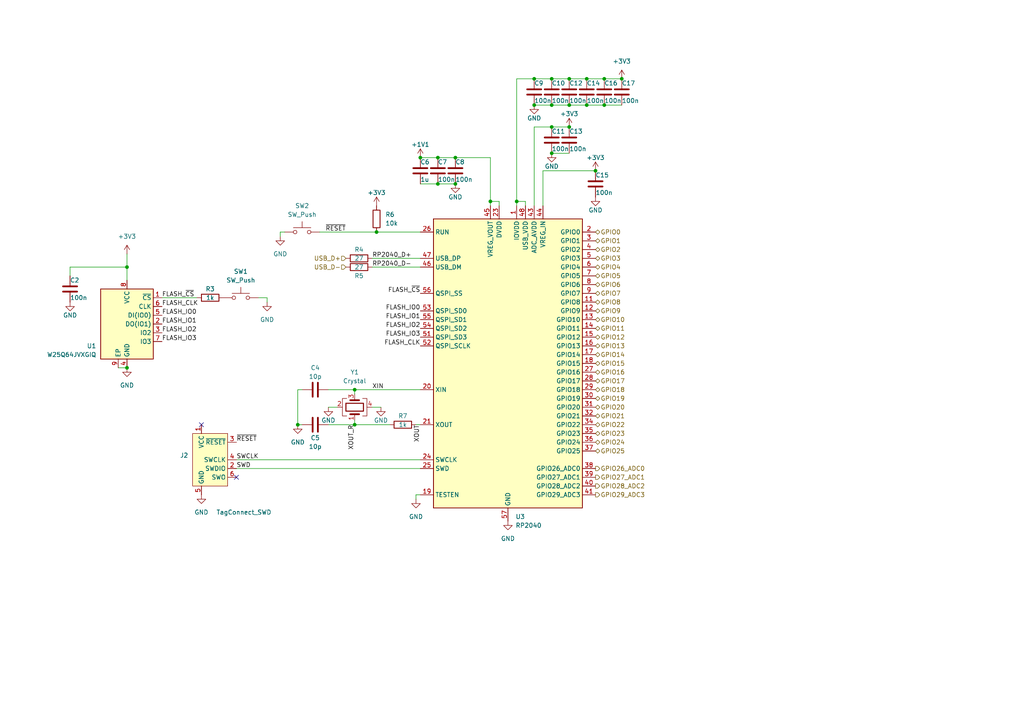
<source format=kicad_sch>
(kicad_sch (version 20231120) (generator "eeschema") (generator_version "8.0")
  (paper "A4")
  (title_block (company "Chalmers EENX16-VT24-27"))
  (lib_symbols
    (symbol "Connector:Conn_ARM_SWD_TagConnect_TC2030-NL" (in_bom no)
      (property "Reference" "J" (at 2.54 11.43 0))
      (property "Value" "Conn_ARM_SWD_TagConnect_TC2030-NL" (at 2.54 8.89 0))
      (symbol "Conn_ARM_SWD_TagConnect_TC2030-NL_0_0"
        (pin power_in line (at -2.54 10.16 270) (length 2.54) (name "VCC") (number "1"))
        (pin bidirectional line (at 7.62 -2.54 180) (length 2.54) (name "SWDIO") (number "2"))
        (pin open_collector line (at 7.62 5.08 180) (length 2.54) (name "~{RESET}") (number "3"))
        (pin output line (at 7.62 0 180) (length 2.54) (name "SWCLK") (number "4"))
        (pin power_in line (at -2.54 -10.16 90) (length 2.54) (name "GND") (number "5"))
        (pin input line (at 7.62 -5.08 180) (length 2.54) (name "SWO") (number "6"))
      )
      (symbol "Conn_ARM_SWD_TagConnect_TC2030-NL_0_1"
        (rectangle (start -5.08 7.62) (end 5.08 -7.62) (fill (type background)))
      )
    )
    (symbol "Device:C" (pin_numbers hide) (pin_names (offset 0.254))
      (property "Reference" "C" (at 0.635 2.54 0))
      (property "Value" "C" (at 0.635 -2.54 0))
      (symbol "C_0_1"
        (polyline (pts (xy -2.032 -0.762) (xy 2.032 -0.762)) (stroke (width 0.508)))
        (polyline (pts (xy -2.032 0.762) (xy 2.032 0.762)) (stroke (width 0.508)))
      )
      (symbol "C_1_1"
        (pin passive line (at 0 3.81 270) (length 2.794) (name "~") (number "1"))
        (pin passive line (at 0 -3.81 90) (length 2.794) (name "~") (number "2"))
      )
    )
    (symbol "Device:Crystal_GND24" (pin_names (offset 1.016) hide)
      (property "Reference" "Y" (at 3.175 5.08 0))
      (property "Value" "Crystal_GND24" (at 3.175 3.175 0))
      (symbol "Crystal_GND24_0_1"
        (rectangle (start -1.143 2.54) (end 1.143 -2.54) (stroke (width 0.3048)))
        (polyline (pts (xy -2.54 0) (xy -2.032 0)))
        (polyline (pts (xy -2.032 -1.27) (xy -2.032 1.27)) (stroke (width 0.508)))
        (polyline (pts (xy 0 -3.81) (xy 0 -3.556)))
        (polyline (pts (xy 0 3.556) (xy 0 3.81)))
        (polyline (pts (xy 2.032 -1.27) (xy 2.032 1.27)) (stroke (width 0.508)))
        (polyline (pts (xy 2.032 0) (xy 2.54 0)))
        (polyline (pts (xy -2.54 -2.286) (xy -2.54 -3.556) (xy 2.54 -3.556) (xy 2.54 -2.286)))
        (polyline (pts (xy -2.54 2.286) (xy -2.54 3.556) (xy 2.54 3.556) (xy 2.54 2.286)))
      )
      (symbol "Crystal_GND24_1_1"
        (pin passive line (at -3.81 0 0) (length 1.27) (name "1") (number "1"))
        (pin passive line (at 0 5.08 270) (length 1.27) (name "2") (number "2"))
        (pin passive line (at 3.81 0 180) (length 1.27) (name "3") (number "3"))
        (pin passive line (at 0 -5.08 90) (length 1.27) (name "4") (number "4"))
      )
    )
    (symbol "Device:R" (pin_numbers hide) (pin_names (offset 0))
      (property "Reference" "R" (at 2.032 0 90))
      (property "Value" "R" (at 0 0 90))
      (symbol "R_0_1"
        (rectangle (start -1.016 -2.54) (end 1.016 2.54) (stroke (width 0.254)))
      )
      (symbol "R_1_1"
        (pin passive line (at 0 3.81 270) (length 1.27) (name "~") (number "1"))
        (pin passive line (at 0 -3.81 90) (length 1.27) (name "~") (number "2"))
      )
    )
    (symbol "MCU_RaspberryPi:RP2040"
      (property "Reference" "U" (at 17.78 45.72 0))
      (property "Value" "RP2040" (at 17.78 43.18 0))
      (symbol "RP2040_0_1"
        (rectangle (start -21.59 41.91) (end 21.59 -41.91) (stroke (width 0.254)) (fill (type background)))
      )
      (symbol "RP2040_1_1"
        (pin power_in line (at 2.54 45.72 270) (length 3.81) (name "IOVDD") (number "1"))
        (pin passive line (at 2.54 45.72 270) (length 3.81) hide (name "IOVDD") (number "10"))
        (pin bidirectional line (at 25.4 17.78 180) (length 3.81) (name "GPIO8") (number "11"))
        (pin bidirectional line (at 25.4 15.24 180) (length 3.81) (name "GPIO9") (number "12"))
        (pin bidirectional line (at 25.4 12.7 180) (length 3.81) (name "GPIO10") (number "13"))
        (pin bidirectional line (at 25.4 10.16 180) (length 3.81) (name "GPIO11") (number "14"))
        (pin bidirectional line (at 25.4 7.62 180) (length 3.81) (name "GPIO12") (number "15"))
        (pin bidirectional line (at 25.4 5.08 180) (length 3.81) (name "GPIO13") (number "16"))
        (pin bidirectional line (at 25.4 2.54 180) (length 3.81) (name "GPIO14") (number "17"))
        (pin bidirectional line (at 25.4 0 180) (length 3.81) (name "GPIO15") (number "18"))
        (pin input line (at -25.4 -38.1 0) (length 3.81) (name "TESTEN") (number "19"))
        (pin bidirectional line (at 25.4 38.1 180) (length 3.81) (name "GPIO0") (number "2"))
        (pin input line (at -25.4 -7.62 0) (length 3.81) (name "XIN") (number "20"))
        (pin passive line (at -25.4 -17.78 0) (length 3.81) (name "XOUT") (number "21"))
        (pin passive line (at 2.54 45.72 270) (length 3.81) hide (name "IOVDD") (number "22"))
        (pin power_in line (at -2.54 45.72 270) (length 3.81) (name "DVDD") (number "23"))
        (pin input line (at -25.4 -27.94 0) (length 3.81) (name "SWCLK") (number "24"))
        (pin bidirectional line (at -25.4 -30.48 0) (length 3.81) (name "SWD") (number "25"))
        (pin input line (at -25.4 38.1 0) (length 3.81) (name "RUN") (number "26"))
        (pin bidirectional line (at 25.4 -2.54 180) (length 3.81) (name "GPIO16") (number "27"))
        (pin bidirectional line (at 25.4 -5.08 180) (length 3.81) (name "GPIO17") (number "28"))
        (pin bidirectional line (at 25.4 -7.62 180) (length 3.81) (name "GPIO18") (number "29"))
        (pin bidirectional line (at 25.4 35.56 180) (length 3.81) (name "GPIO1") (number "3"))
        (pin bidirectional line (at 25.4 -10.16 180) (length 3.81) (name "GPIO19") (number "30"))
        (pin bidirectional line (at 25.4 -12.7 180) (length 3.81) (name "GPIO20") (number "31"))
        (pin bidirectional line (at 25.4 -15.24 180) (length 3.81) (name "GPIO21") (number "32"))
        (pin passive line (at 2.54 45.72 270) (length 3.81) hide (name "IOVDD") (number "33"))
        (pin bidirectional line (at 25.4 -17.78 180) (length 3.81) (name "GPIO22") (number "34"))
        (pin bidirectional line (at 25.4 -20.32 180) (length 3.81) (name "GPIO23") (number "35"))
        (pin bidirectional line (at 25.4 -22.86 180) (length 3.81) (name "GPIO24") (number "36"))
        (pin bidirectional line (at 25.4 -25.4 180) (length 3.81) (name "GPIO25") (number "37"))
        (pin bidirectional line (at 25.4 -30.48 180) (length 3.81) (name "GPIO26_ADC0") (number "38"))
        (pin bidirectional line (at 25.4 -33.02 180) (length 3.81) (name "GPIO27_ADC1") (number "39"))
        (pin bidirectional line (at 25.4 33.02 180) (length 3.81) (name "GPIO2") (number "4"))
        (pin bidirectional line (at 25.4 -35.56 180) (length 3.81) (name "GPIO28_ADC2") (number "40"))
        (pin bidirectional line (at 25.4 -38.1 180) (length 3.81) (name "GPIO29_ADC3") (number "41"))
        (pin passive line (at 2.54 45.72 270) (length 3.81) hide (name "IOVDD") (number "42"))
        (pin power_in line (at 7.62 45.72 270) (length 3.81) (name "ADC_AVDD") (number "43"))
        (pin power_in line (at 10.16 45.72 270) (length 3.81) (name "VREG_IN") (number "44"))
        (pin power_out line (at -5.08 45.72 270) (length 3.81) (name "VREG_VOUT") (number "45"))
        (pin bidirectional line (at -25.4 27.94 0) (length 3.81) (name "USB_DM") (number "46"))
        (pin bidirectional line (at -25.4 30.48 0) (length 3.81) (name "USB_DP") (number "47"))
        (pin power_in line (at 5.08 45.72 270) (length 3.81) (name "USB_VDD") (number "48"))
        (pin passive line (at 2.54 45.72 270) (length 3.81) hide (name "IOVDD") (number "49"))
        (pin bidirectional line (at 25.4 30.48 180) (length 3.81) (name "GPIO3") (number "5"))
        (pin passive line (at -2.54 45.72 270) (length 3.81) hide (name "DVDD") (number "50"))
        (pin bidirectional line (at -25.4 7.62 0) (length 3.81) (name "QSPI_SD3") (number "51"))
        (pin output line (at -25.4 5.08 0) (length 3.81) (name "QSPI_SCLK") (number "52"))
        (pin bidirectional line (at -25.4 15.24 0) (length 3.81) (name "QSPI_SD0") (number "53"))
        (pin bidirectional line (at -25.4 10.16 0) (length 3.81) (name "QSPI_SD2") (number "54"))
        (pin bidirectional line (at -25.4 12.7 0) (length 3.81) (name "QSPI_SD1") (number "55"))
        (pin bidirectional line (at -25.4 20.32 0) (length 3.81) (name "QSPI_SS") (number "56"))
        (pin power_in line (at 0 -45.72 90) (length 3.81) (name "GND") (number "57"))
        (pin bidirectional line (at 25.4 27.94 180) (length 3.81) (name "GPIO4") (number "6"))
        (pin bidirectional line (at 25.4 25.4 180) (length 3.81) (name "GPIO5") (number "7"))
        (pin bidirectional line (at 25.4 22.86 180) (length 3.81) (name "GPIO6") (number "8"))
        (pin bidirectional line (at 25.4 20.32 180) (length 3.81) (name "GPIO7") (number "9"))
      )
    )
    (symbol "Memory_Flash:W25Q32JVZP"
      (property "Reference" "U" (at -6.35 11.43 0))
      (property "Value" "W25Q32JVZP" (at 7.62 11.43 0))
      (symbol "W25Q32JVZP_0_1"
        (rectangle (start -7.62 10.16) (end 7.62 -10.16) (stroke (width 0.254)) (fill (type background)))
      )
      (symbol "W25Q32JVZP_1_1"
        (pin input line (at -10.16 7.62 0) (length 2.54) (name "~{CS}") (number "1"))
        (pin bidirectional line (at -10.16 0 0) (length 2.54) (name "DO(IO1)") (number "2"))
        (pin bidirectional line (at -10.16 -2.54 0) (length 2.54) (name "IO2") (number "3"))
        (pin power_in line (at 0 -12.7 90) (length 2.54) (name "GND") (number "4"))
        (pin bidirectional line (at -10.16 2.54 0) (length 2.54) (name "DI(IO0)") (number "5"))
        (pin input line (at -10.16 5.08 0) (length 2.54) (name "CLK") (number "6"))
        (pin bidirectional line (at -10.16 -5.08 0) (length 2.54) (name "IO3") (number "7"))
        (pin power_in line (at 0 12.7 270) (length 2.54) (name "VCC") (number "8"))
        (pin passive line (at 2.54 -12.7 90) (length 2.54) (name "EP") (number "9"))
      )
    )
    (symbol "Switch:SW_Push" (pin_numbers hide) (pin_names (offset 1.016) hide)
      (property "Reference" "SW" (at 1.27 2.54 0))
      (property "Value" "SW_Push" (at 0 -1.524 0))
      (symbol "SW_Push_0_1"
        (circle (center -2.032 0) (radius 0.508))
        (polyline (pts (xy 0 1.27) (xy 0 3.048)))
        (polyline (pts (xy 2.54 1.27) (xy -2.54 1.27)))
        (circle (center 2.032 0) (radius 0.508))
        (pin passive line (at -5.08 0 0) (length 2.54) (name "1") (number "1"))
        (pin passive line (at 5.08 0 180) (length 2.54) (name "2") (number "2"))
      )
    )
    (symbol "power:+1V1" (power) (pin_names (offset 0))
      (property "Value" "+1V1" (at 0 3.556 0))
      (symbol "+1V1_0_1"
        (polyline (pts (xy -0.762 1.27) (xy 0 2.54)))
        (polyline (pts (xy 0 0) (xy 0 2.54)))
        (polyline (pts (xy 0 2.54) (xy 0.762 1.27)))
      )
      (symbol "+1V1_1_1"
        (pin power_in line (at 0 0 90) (length 0) hide (name "+1V1") (number "1"))
      )
    )
    (symbol "power:+3V3" (power) (pin_names (offset 0))
      (property "Value" "+3V3" (at 0 3.556 0))
      (symbol "+3V3_0_1"
        (polyline (pts (xy -0.762 1.27) (xy 0 2.54)))
        (polyline (pts (xy 0 0) (xy 0 2.54)))
        (polyline (pts (xy 0 2.54) (xy 0.762 1.27)))
      )
      (symbol "+3V3_1_1"
        (pin power_in line (at 0 0 90) (length 0) hide (name "+3V3") (number "1"))
      )
    )
    (symbol "power:GND" (power) (pin_names (offset 0))
      (property "Value" "GND" (at 0 -3.81 0))
      (symbol "GND_0_1"
        (polyline (pts (xy 0 0) (xy 0 -1.27) (xy 1.27 -1.27) (xy 0 -2.54) (xy -1.27 -1.27) (xy 0 -1.27)))
      )
      (symbol "GND_1_1"
        (pin power_in line (at 0 0 270) (length 0) hide (name "GND") (number "1"))
      )
    )
  )
  (junction (at 175.26 22.86))
  (junction (at 175.26 30.48))
  (junction (at 121.92 45.72))
  (junction (at 36.83 77.47))
  (junction (at 154.94 30.48))
  (junction (at 154.94 22.86))
  (junction (at 160.02 22.86))
  (junction (at 36.83 106.68))
  (junction (at 165.1 36.83))
  (junction (at 165.1 22.86))
  (junction (at 132.08 45.72))
  (junction (at 160.02 44.45))
  (junction (at 170.18 30.48))
  (junction (at 165.1 30.48))
  (junction (at 102.87 113.03))
  (junction (at 142.24 58.42))
  (junction (at 102.87 123.19))
  (junction (at 160.02 36.83))
  (junction (at 127 45.72))
  (junction (at 149.86 58.42))
  (junction (at 180.34 22.86))
  (junction (at 170.18 22.86))
  (junction (at 86.36 123.19))
  (junction (at 160.02 30.48))
  (junction (at 127 53.34))
  (junction (at 172.72 49.53))
  (junction (at 109.22 67.31))
  (junction (at 132.08 53.34))
  (no_connect (at 58.42 123.19))
  (no_connect (at 68.58 138.43))
  (wire (pts (xy 165.1 22.86) (xy 170.18 22.86)))
  (wire (pts (xy 77.47 87.63) (xy 77.47 86.36)))
  (wire (pts (xy 165.1 30.48) (xy 170.18 30.48)))
  (wire (pts (xy 157.48 49.53) (xy 157.48 59.69)))
  (wire (pts (xy 110.49 118.11) (xy 107.95 118.11)))
  (wire (pts (xy 36.83 77.47) (xy 20.32 77.47)))
  (wire (pts (xy 92.71 67.31) (xy 109.22 67.31)))
  (wire (pts (xy 175.26 30.48) (xy 180.34 30.48)))
  (wire (pts (xy 57.15 86.36) (xy 46.99 86.36)))
  (wire (pts (xy 154.94 30.48) (xy 160.02 30.48)))
  (wire (pts (xy 102.87 113.03) (xy 121.92 113.03)))
  (wire (pts (xy 68.58 135.89) (xy 121.92 135.89)))
  (wire (pts (xy 132.08 45.72) (xy 142.24 45.72)))
  (wire (pts (xy 154.94 36.83) (xy 154.94 59.69)))
  (wire (pts (xy 120.65 123.19) (xy 121.92 123.19)))
  (wire (pts (xy 95.25 118.11) (xy 97.79 118.11)))
  (wire (pts (xy 121.92 45.72) (xy 127 45.72)))
  (wire (pts (xy 95.25 113.03) (xy 102.87 113.03)))
  (wire (pts (xy 107.95 74.93) (xy 121.92 74.93)))
  (wire (pts (xy 160.02 36.83) (xy 165.1 36.83)))
  (wire (pts (xy 120.65 144.78) (xy 120.65 143.51)))
  (wire (pts (xy 36.83 73.66) (xy 36.83 77.47)))
  (wire (pts (xy 121.92 53.34) (xy 127 53.34)))
  (wire (pts (xy 113.03 123.19) (xy 102.87 123.19)))
  (wire (pts (xy 86.36 113.03) (xy 87.63 113.03)))
  (wire (pts (xy 127 53.34) (xy 132.08 53.34)))
  (wire (pts (xy 77.47 86.36) (xy 74.93 86.36)))
  (wire (pts (xy 144.78 59.69) (xy 144.78 58.42)))
  (wire (pts (xy 20.32 80.01) (xy 20.32 77.47)))
  (wire (pts (xy 152.4 58.42) (xy 152.4 59.69)))
  (wire (pts (xy 81.28 68.58) (xy 81.28 67.31)))
  (wire (pts (xy 86.36 123.19) (xy 86.36 113.03)))
  (wire (pts (xy 81.28 67.31) (xy 82.55 67.31)))
  (wire (pts (xy 68.58 133.35) (xy 121.92 133.35)))
  (wire (pts (xy 102.87 114.3) (xy 102.87 113.03)))
  (wire (pts (xy 87.63 123.19) (xy 86.36 123.19)))
  (wire (pts (xy 170.18 22.86) (xy 175.26 22.86)))
  (wire (pts (xy 175.26 22.86) (xy 180.34 22.86)))
  (wire (pts (xy 36.83 106.68) (xy 34.29 106.68)))
  (wire (pts (xy 149.86 58.42) (xy 152.4 58.42)))
  (wire (pts (xy 154.94 36.83) (xy 160.02 36.83)))
  (wire (pts (xy 160.02 30.48) (xy 165.1 30.48)))
  (wire (pts (xy 127 45.72) (xy 132.08 45.72)))
  (wire (pts (xy 160.02 22.86) (xy 165.1 22.86)))
  (wire (pts (xy 149.86 22.86) (xy 154.94 22.86)))
  (wire (pts (xy 170.18 30.48) (xy 175.26 30.48)))
  (wire (pts (xy 149.86 58.42) (xy 149.86 22.86)))
  (wire (pts (xy 36.83 77.47) (xy 36.83 81.28)))
  (wire (pts (xy 160.02 44.45) (xy 165.1 44.45)))
  (wire (pts (xy 95.25 123.19) (xy 102.87 123.19)))
  (wire (pts (xy 120.65 143.51) (xy 121.92 143.51)))
  (wire (pts (xy 149.86 59.69) (xy 149.86 58.42)))
  (wire (pts (xy 142.24 45.72) (xy 142.24 58.42)))
  (wire (pts (xy 102.87 123.19) (xy 102.87 121.92)))
  (wire (pts (xy 107.95 77.47) (xy 121.92 77.47)))
  (wire (pts (xy 154.94 22.86) (xy 160.02 22.86)))
  (wire (pts (xy 142.24 58.42) (xy 142.24 59.69)))
  (wire (pts (xy 109.22 67.31) (xy 121.92 67.31)))
  (wire (pts (xy 157.48 49.53) (xy 172.72 49.53)))
  (wire (pts (xy 144.78 58.42) (xy 142.24 58.42)))
  (label "RP2040_D+" (at 107.95 74.93 0))
  (label "SWD" (at 68.58 135.89 0))
  (label "FLASH_CLK" (at 46.99 88.9 0))
  (label "FLASH_IO2" (at 121.92 95.25 180))
  (label "RP2040_D-" (at 107.95 77.47 0))
  (label "FLASH_IO1" (at 121.92 92.71 180))
  (label "FLASH_IO3" (at 121.92 97.79 180))
  (label "FLASH_IO0" (at 46.99 91.44 0))
  (label "FLASH_~{CS}" (at 46.99 86.36 0))
  (label "FLASH_CLK" (at 121.92 100.33 180))
  (label "XIN" (at 107.95 113.03 0))
  (label "~{RESET}" (at 68.58 128.27 0))
  (label "FLASH_~{CS}" (at 121.92 85.09 180))
  (label "FLASH_IO0" (at 121.92 90.17 180))
  (label "~{RESET}" (at 100.33 67.31 180))
  (label "FLASH_IO1" (at 46.99 93.98 0))
  (label "XOUT_R" (at 102.87 123.19 270))
  (label "SWCLK" (at 68.58 133.35 0))
  (label "XOUT" (at 121.92 123.19 270))
  (label "FLASH_IO3" (at 46.99 99.06 0))
  (label "FLASH_IO2" (at 46.99 96.52 0))
  (hierarchical_label "GPIO16" (shape bidirectional) (at 172.72 107.95 0))
  (hierarchical_label "GPIO15" (shape bidirectional) (at 172.72 105.41 0))
  (hierarchical_label "GPIO3" (shape bidirectional) (at 172.72 74.93 0))
  (hierarchical_label "GPIO26_ADC0" (shape output) (at 172.72 135.89 0))
  (hierarchical_label "GPIO8" (shape bidirectional) (at 172.72 87.63 0))
  (hierarchical_label "GPIO21" (shape bidirectional) (at 172.72 120.65 0))
  (hierarchical_label "GPIO17" (shape bidirectional) (at 172.72 110.49 0))
  (hierarchical_label "GPIO28_ADC2" (shape output) (at 172.72 140.97 0))
  (hierarchical_label "GPIO22" (shape bidirectional) (at 172.72 123.19 0))
  (hierarchical_label "GPIO0" (shape bidirectional) (at 172.72 67.31 0))
  (hierarchical_label "GPIO27_ADC1" (shape output) (at 172.72 138.43 0))
  (hierarchical_label "GPIO14" (shape bidirectional) (at 172.72 102.87 0))
  (hierarchical_label "GPIO18" (shape bidirectional) (at 172.72 113.03 0))
  (hierarchical_label "GPIO7" (shape bidirectional) (at 172.72 85.09 0))
  (hierarchical_label "GPIO24" (shape bidirectional) (at 172.72 128.27 0))
  (hierarchical_label "GPIO25" (shape bidirectional) (at 172.72 130.81 0))
  (hierarchical_label "USB_D-" (shape input) (at 100.33 77.47 180))
  (hierarchical_label "GPIO2" (shape bidirectional) (at 172.72 72.39 0))
  (hierarchical_label "GPIO13" (shape bidirectional) (at 172.72 100.33 0))
  (hierarchical_label "GPIO23" (shape bidirectional) (at 172.72 125.73 0))
  (hierarchical_label "USB_D+" (shape input) (at 100.33 74.93 180))
  (hierarchical_label "GPIO1" (shape bidirectional) (at 172.72 69.85 0))
  (hierarchical_label "GPIO9" (shape bidirectional) (at 172.72 90.17 0))
  (hierarchical_label "GPIO4" (shape bidirectional) (at 172.72 77.47 0))
  (hierarchical_label "GPIO10" (shape bidirectional) (at 172.72 92.71 0))
  (hierarchical_label "GPIO29_ADC3" (shape output) (at 172.72 143.51 0))
  (hierarchical_label "GPIO12" (shape bidirectional) (at 172.72 97.79 0))
  (hierarchical_label "GPIO20" (shape bidirectional) (at 172.72 118.11 0))
  (hierarchical_label "GPIO19" (shape bidirectional) (at 172.72 115.57 0))
  (hierarchical_label "GPIO6" (shape bidirectional) (at 172.72 82.55 0))
  (hierarchical_label "GPIO11" (shape bidirectional) (at 172.72 95.25 0))
  (hierarchical_label "GPIO5" (shape bidirectional) (at 172.72 80.01 0))
  (symbol (lib_id "power:GND") (at 132.08 53.34 0) (unit 1)
    (property "Reference" "#PWR020" (effects (hide yes)))
    (property "Value" "GND" (at 132.08 57.15 0))
  )
  (symbol (lib_id "Switch:SW_Push") (at 69.85 86.36 0) (mirror y) (unit 1)
    (property "Reference" "SW1" (at 69.85 78.74 0))
    (property "Value" "SW_Push" (at 69.85 81.28 0))
    (property "Footprint" "Button_Switch_SMD:SW_Push_SPST_NO_Alps_SKRK" (effects (hide yes)))
    (property "Datasheet" "https://eu.mouser.com/datasheet/2/15/SKRK-1370789.pdf" (effects (hide yes)))
    (property "mouser" "688-SKRKAHE010 " (effects (hide yes)))
  )
  (symbol (lib_id "power:+3V3") (at 165.1 36.83 0) (unit 1)
    (property "Reference" "#PWR024" (effects (hide yes)))
    (property "Value" "+3V3" (at 165.1 33.02 0))
  )
  (symbol (lib_id "Device:C") (at 160.02 40.64 0) (unit 1)
    (property "Reference" "C11" (at 160.02 38.1 0) (effects (justify left)))
    (property "Value" "100n" (at 160.02 43.18 0) (effects (justify left)))
    (property "Footprint" "Capacitor_SMD:C_0402_1005Metric" (effects (hide yes)))
    (property "Datasheet" "https://eu.mouser.com/datasheet/2/281/1/GRM155R62A104ME14_01A-1983921.pdf" (effects (hide yes)))
    (property "mouser" "81-GRM155R62A104ME4D " (effects (hide yes)))
  )
  (symbol (lib_id "Device:R") (at 104.14 74.93 90) (unit 1)
    (property "Reference" "R4" (at 104.14 72.39 90))
    (property "Value" "27" (at 104.14 74.93 90))
    (property "Footprint" "Resistor_SMD:R_0402_1005Metric" (effects (hide yes)))
    (property "mouser" "71-CRCW040227R0FKEDC" (effects (hide yes)))
  )
  (symbol (lib_id "power:GND") (at 58.42 143.51 0) (unit 1)
    (property "Reference" "#PWR010" (effects (hide yes)))
    (property "Value" "GND" (at 58.42 148.59 0))
  )
  (symbol (lib_id "Device:R") (at 109.22 63.5 0) (unit 1)
    (property "Reference" "R6" (at 111.76 62.23 0) (effects (justify left)))
    (property "Value" "10k" (at 111.76 64.77 0) (effects (justify left)))
    (property "Footprint" "Resistor_SMD:R_0402_1005Metric" (effects (hide yes)))
    (property "mouser" "71-CRCW040210K0JNEDC " (effects (hide yes)))
  )
  (symbol (lib_id "Connector:Conn_ARM_SWD_TagConnect_TC2030-NL") (at 60.96 133.35 0) (unit 1) (in_bom no)
    (property "Reference" "J2" (at 54.61 132.08 0) (effects (justify right)))
    (property "Value" "TagConnect_SWD" (at 78.74 148.59 0) (effects (justify right)))
    (property "Footprint" "Connector:Tag-Connect_TC2030-IDC-NL_2x03_P1.27mm_Vertical" (effects (hide yes)))
  )
  (symbol (lib_id "Device:R") (at 104.14 77.47 90) (unit 1)
    (property "Reference" "R5" (at 104.14 80.01 90))
    (property "Value" "27" (at 104.14 77.47 90))
    (property "Footprint" "Resistor_SMD:R_0402_1005Metric" (effects (hide yes)))
    (property "mouser" "71-CRCW040227R0FKEDC" (effects (hide yes)))
  )
  (symbol (lib_id "Device:C") (at 121.92 49.53 0) (unit 1)
    (property "Reference" "C6" (at 121.92 46.99 0) (effects (justify left)))
    (property "Value" "1u" (at 121.92 52.07 0) (effects (justify left)))
    (property "Footprint" "Capacitor_SMD:C_0402_1005Metric" (effects (hide yes)))
    (property "Datasheet" "https://www.mouser.se/datasheet/2/281/1/GRM155R61H105KE05_01A-1983895.pdf" (effects (hide yes)))
    (property "mouser" "81-GRM155R61H105KE5J " (effects (hide yes)))
  )
  (symbol (lib_id "Device:C") (at 154.94 26.67 0) (unit 1)
    (property "Reference" "C9" (at 154.94 24.13 0) (effects (justify left)))
    (property "Value" "100n" (at 154.94 29.21 0) (effects (justify left)))
    (property "Footprint" "Capacitor_SMD:C_0402_1005Metric" (effects (hide yes)))
    (property "Datasheet" "https://eu.mouser.com/datasheet/2/281/1/GRM155R62A104ME14_01A-1983921.pdf" (effects (hide yes)))
    (property "mouser" "81-GRM155R62A104ME4D " (effects (hide yes)))
  )
  (symbol (lib_id "Device:C") (at 165.1 26.67 0) (unit 1)
    (property "Reference" "C12" (at 165.1 24.13 0) (effects (justify left)))
    (property "Value" "100n" (at 165.1 29.21 0) (effects (justify left)))
    (property "Footprint" "Capacitor_SMD:C_0402_1005Metric" (effects (hide yes)))
    (property "Datasheet" "https://eu.mouser.com/datasheet/2/281/1/GRM155R62A104ME14_01A-1983921.pdf" (effects (hide yes)))
    (property "mouser" "81-GRM155R62A104ME4D " (effects (hide yes)))
  )
  (symbol (lib_id "Device:C") (at 127 49.53 0) (unit 1)
    (property "Reference" "C7" (at 127 46.99 0) (effects (justify left)))
    (property "Value" "100n" (at 127 52.07 0) (effects (justify left)))
    (property "Footprint" "Capacitor_SMD:C_0402_1005Metric" (effects (hide yes)))
    (property "Datasheet" "https://eu.mouser.com/datasheet/2/281/1/GRM155R62A104ME14_01A-1983921.pdf" (effects (hide yes)))
    (property "mouser" "81-GRM155R62A104ME4D " (effects (hide yes)))
  )
  (symbol (lib_id "power:+3V3") (at 180.34 22.86 0) (unit 1)
    (property "Reference" "#PWR027" (effects (hide yes)))
    (property "Value" "+3V3" (at 180.34 17.78 0))
  )
  (symbol (lib_id "Device:C") (at 160.02 26.67 0) (unit 1)
    (property "Reference" "C10" (at 160.02 24.13 0) (effects (justify left)))
    (property "Value" "100n" (at 160.02 29.21 0) (effects (justify left)))
    (property "Footprint" "Capacitor_SMD:C_0402_1005Metric" (effects (hide yes)))
    (property "Datasheet" "https://eu.mouser.com/datasheet/2/281/1/GRM155R62A104ME14_01A-1983921.pdf" (effects (hide yes)))
    (property "mouser" "81-GRM155R62A104ME4D " (effects (hide yes)))
  )
  (symbol (lib_id "Device:C") (at 175.26 26.67 0) (unit 1)
    (property "Reference" "C16" (at 175.26 24.13 0) (effects (justify left)))
    (property "Value" "100n" (at 175.26 29.21 0) (effects (justify left)))
    (property "Footprint" "Capacitor_SMD:C_0402_1005Metric" (effects (hide yes)))
    (property "Datasheet" "https://eu.mouser.com/datasheet/2/281/1/GRM155R62A104ME14_01A-1983921.pdf" (effects (hide yes)))
    (property "mouser" "81-GRM155R62A104ME4D " (effects (hide yes)))
  )
  (symbol (lib_id "MCU_RaspberryPi:RP2040") (at 147.32 105.41 0) (unit 1)
    (property "Reference" "U3" (at 149.5141 149.86 0) (effects (justify left)))
    (property "Value" "RP2040" (at 149.5141 152.4 0) (effects (justify left)))
    (property "Footprint" "Package_DFN_QFN:QFN-56-1EP_7x7mm_P0.4mm_EP3.2x3.2mm" (effects (hide yes)))
    (property "Datasheet" "https://datasheets.raspberrypi.com/rp2040/rp2040-datasheet.pdf" (effects (hide yes)))
    (property "mouser" "358-SC09147" (effects (hide yes)))
  )
  (symbol (lib_id "power:GND") (at 36.83 106.68 0) (mirror y) (unit 1)
    (property "Reference" "#PWR06" (effects (hide yes)))
    (property "Value" "GND" (at 36.83 111.76 0))
  )
  (symbol (lib_id "power:+3V3") (at 36.83 73.66 0) (mirror y) (unit 1)
    (property "Reference" "#PWR05" (effects (hide yes)))
    (property "Value" "+3V3" (at 36.83 68.58 0))
  )
  (symbol (lib_id "power:GND") (at 81.28 68.58 0) (mirror y) (unit 1)
    (property "Reference" "#PWR055" (effects (hide yes)))
    (property "Value" "GND" (at 81.28 73.66 0))
  )
  (symbol (lib_id "power:GND") (at 160.02 44.45 0) (unit 1)
    (property "Reference" "#PWR023" (effects (hide yes)))
    (property "Value" "GND" (at 160.02 48.26 0))
  )
  (symbol (lib_id "power:+3V3") (at 109.22 59.69 0) (unit 1)
    (property "Reference" "#PWR016" (effects (hide yes)))
    (property "Value" "+3V3" (at 109.22 55.88 0))
  )
  (symbol (lib_id "Memory_Flash:W25Q32JVZP") (at 36.83 93.98 0) (mirror y) (unit 1)
    (property "Reference" "U1" (at 27.94 100.33 0) (effects (justify left)))
    (property "Value" "W25Q64JVXGIQ" (at 27.94 102.87 0) (effects (justify left)))
    (property "Footprint" "Package_SON:WSON-8-1EP_4x4mm_P0.8mm_EP2.2x3mm" (effects (hide yes)))
    (property "Datasheet" "https://www.mouser.se/datasheet/2/949/w25q64jv_revj_03272018_plus-1489671.pdf" (effects (hide yes)))
    (property "mouser" "454-W25Q64JVXGIQTR " (effects (hide yes)))
  )
  (symbol (lib_id "Device:R") (at 116.84 123.19 90) (unit 1)
    (property "Reference" "R7" (at 116.84 120.65 90))
    (property "Value" "1k" (at 116.84 123.19 90))
    (property "Footprint" "Resistor_SMD:R_0402_1005Metric" (effects (hide yes)))
    (property "mouser" "71-CRCW04021K00FKEE " (effects (hide yes)))
  )
  (symbol (lib_id "power:+3V3") (at 172.72 49.53 0) (unit 1)
    (property "Reference" "#PWR025" (effects (hide yes)))
    (property "Value" "+3V3" (at 172.72 45.72 0))
  )
  (symbol (lib_id "Device:C") (at 91.44 113.03 90) (unit 1)
    (property "Reference" "C4" (at 91.44 106.68 90))
    (property "Value" "10p" (at 91.44 109.22 90))
    (property "Footprint" "Capacitor_SMD:C_0402_1005Metric" (effects (hide yes)))
    (property "Datasheet" "https://eu.mouser.com/datasheet/2/281/1/GRT1555C2A100JA02_01A-3157828.pdf" (effects (hide yes)))
    (property "mouser" "81-GRT1555C2A100JA2J " (effects (hide yes)))
  )
  (symbol (lib_id "power:GND") (at 20.32 87.63 0) (unit 1)
    (property "Reference" "#PWR09" (effects (hide yes)))
    (property "Value" "GND" (at 20.32 91.44 0))
  )
  (symbol (lib_id "power:GND") (at 172.72 57.15 0) (unit 1)
    (property "Reference" "#PWR026" (effects (hide yes)))
    (property "Value" "GND" (at 172.72 60.96 0))
  )
  (symbol (lib_id "power:GND") (at 77.47 87.63 0) (mirror y) (unit 1)
    (property "Reference" "#PWR02" (effects (hide yes)))
    (property "Value" "GND" (at 77.47 92.71 0))
  )
  (symbol (lib_id "Device:C") (at 165.1 40.64 0) (unit 1)
    (property "Reference" "C13" (at 165.1 38.1 0) (effects (justify left)))
    (property "Value" "100n" (at 165.1 43.18 0) (effects (justify left)))
    (property "Footprint" "Capacitor_SMD:C_0402_1005Metric" (effects (hide yes)))
    (property "Datasheet" "https://eu.mouser.com/datasheet/2/281/1/GRM155R62A104ME14_01A-1983921.pdf" (effects (hide yes)))
    (property "mouser" "81-GRM155R62A104ME4D " (effects (hide yes)))
  )
  (symbol (lib_id "Device:C") (at 170.18 26.67 0) (unit 1)
    (property "Reference" "C14" (at 170.18 24.13 0) (effects (justify left)))
    (property "Value" "100n" (at 170.18 29.21 0) (effects (justify left)))
    (property "Footprint" "Capacitor_SMD:C_0402_1005Metric" (effects (hide yes)))
    (property "Datasheet" "https://eu.mouser.com/datasheet/2/281/1/GRM155R62A104ME14_01A-1983921.pdf" (effects (hide yes)))
    (property "mouser" "81-GRM155R62A104ME4D " (effects (hide yes)))
  )
  (symbol (lib_id "power:+1V1") (at 121.92 45.72 0) (unit 1)
    (property "Reference" "#PWR019" (effects (hide yes)))
    (property "Value" "+1V1" (at 121.92 41.91 0))
  )
  (symbol (lib_id "Device:C") (at 172.72 53.34 0) (unit 1)
    (property "Reference" "C15" (at 172.72 50.8 0) (effects (justify left)))
    (property "Value" "100n" (at 172.72 55.88 0) (effects (justify left)))
    (property "Footprint" "Capacitor_SMD:C_0402_1005Metric" (effects (hide yes)))
    (property "Datasheet" "https://eu.mouser.com/datasheet/2/281/1/GRM155R62A104ME14_01A-1983921.pdf" (effects (hide yes)))
    (property "mouser" "81-GRM155R62A104ME4D " (effects (hide yes)))
  )
  (symbol (lib_id "power:GND") (at 120.65 144.78 0) (unit 1)
    (property "Reference" "#PWR018" (effects (hide yes)))
    (property "Value" "GND" (at 120.65 149.86 0))
  )
  (symbol (lib_id "Device:R") (at 60.96 86.36 270) (mirror x) (unit 1)
    (property "Reference" "R3" (at 60.96 83.82 90))
    (property "Value" "1k" (at 60.96 86.36 90))
    (property "Footprint" "Resistor_SMD:R_0402_1005Metric" (effects (hide yes)))
    (property "mouser" "71-CRCW04021K00FKEE " (effects (hide yes)))
  )
  (symbol (lib_id "Device:C") (at 180.34 26.67 0) (unit 1)
    (property "Reference" "C17" (at 180.34 24.13 0) (effects (justify left)))
    (property "Value" "100n" (at 180.34 29.21 0) (effects (justify left)))
    (property "Footprint" "Capacitor_SMD:C_0402_1005Metric" (effects (hide yes)))
    (property "Datasheet" "https://eu.mouser.com/datasheet/2/281/1/GRM155R62A104ME14_01A-1983921.pdf" (effects (hide yes)))
    (property "mouser" "81-GRM155R62A104ME4D " (effects (hide yes)))
  )
  (symbol (lib_id "Device:C") (at 91.44 123.19 90) (unit 1)
    (property "Reference" "C5" (at 91.44 127 90))
    (property "Value" "10p" (at 91.44 129.54 90))
    (property "Footprint" "Capacitor_SMD:C_0402_1005Metric" (effects (hide yes)))
    (property "Datasheet" "https://eu.mouser.com/datasheet/2/281/1/GRT1555C2A100JA02_01A-3157828.pdf" (effects (hide yes)))
    (property "mouser" "81-GRT1555C2A100JA2J " (effects (hide yes)))
  )
  (symbol (lib_id "Device:Crystal_GND24") (at 102.87 118.11 90) (unit 1)
    (property "Reference" "Y1" (at 102.87 107.95 90))
    (property "Value" "Crystal" (at 102.87 110.49 90))
    (property "Footprint" "Crystal:Crystal_SMD_Abracon_ABM3B-4Pin_5.0x3.2mm" (effects (hide yes)))
    (property "Datasheet" "https://eu.mouser.com/datasheet/2/3/abm3b-1774998.pdf" (effects (hide yes)))
    (property "mouser" "815-ABM3B1210B1UT " (effects (hide yes)))
  )
  (symbol (lib_id "power:GND") (at 147.32 151.13 0) (unit 1)
    (property "Reference" "#PWR021" (effects (hide yes)))
    (property "Value" "GND" (at 147.32 156.21 0))
  )
  (symbol (lib_id "Switch:SW_Push") (at 87.63 67.31 0) (mirror y) (unit 1)
    (property "Reference" "SW2" (at 87.63 59.69 0))
    (property "Value" "SW_Push" (at 87.63 62.23 0))
    (property "Footprint" "Button_Switch_SMD:SW_Push_SPST_NO_Alps_SKRK" (effects (hide yes)))
    (property "Datasheet" "https://eu.mouser.com/datasheet/2/15/SKRK-1370789.pdf" (effects (hide yes)))
    (property "mouser" "688-SKRKAHE010 " (effects (hide yes)))
  )
  (symbol (lib_id "power:GND") (at 95.25 118.11 0) (unit 1)
    (property "Reference" "#PWR015" (effects (hide yes)))
    (property "Value" "GND" (at 95.25 121.92 0))
  )
  (symbol (lib_id "power:GND") (at 110.49 118.11 0) (mirror y) (unit 1)
    (property "Reference" "#PWR017" (effects (hide yes)))
    (property "Value" "GND" (at 110.49 121.92 0))
  )
  (symbol (lib_id "power:GND") (at 154.94 30.48 0) (unit 1)
    (property "Reference" "#PWR022" (effects (hide yes)))
    (property "Value" "GND" (at 154.94 34.29 0))
  )
  (symbol (lib_id "power:GND") (at 86.36 123.19 0) (unit 1)
    (property "Reference" "#PWR014" (effects (hide yes)))
    (property "Value" "GND" (at 86.36 128.27 0))
  )
  (symbol (lib_id "Device:C") (at 132.08 49.53 0) (unit 1)
    (property "Reference" "C8" (at 132.08 46.99 0) (effects (justify left)))
    (property "Value" "100n" (at 132.08 52.07 0) (effects (justify left)))
    (property "Footprint" "Capacitor_SMD:C_0402_1005Metric" (effects (hide yes)))
    (property "Datasheet" "https://eu.mouser.com/datasheet/2/281/1/GRM155R62A104ME14_01A-1983921.pdf" (effects (hide yes)))
    (property "mouser" "81-GRM155R62A104ME4D " (effects (hide yes)))
  )
  (symbol (lib_id "Device:C") (at 20.32 83.82 0) (unit 1)
    (property "Reference" "C2" (at 20.32 81.28 0) (effects (justify left)))
    (property "Value" "100n" (at 20.32 86.36 0) (effects (justify left)))
    (property "Footprint" "Capacitor_SMD:C_0402_1005Metric" (effects (hide yes)))
    (property "Datasheet" "https://eu.mouser.com/datasheet/2/281/1/GRM155R62A104ME14_01A-1983921.pdf" (effects (hide yes)))
    (property "mouser" "81-GRM155R62A104ME4D " (effects (hide yes)))
  )
)
</source>
